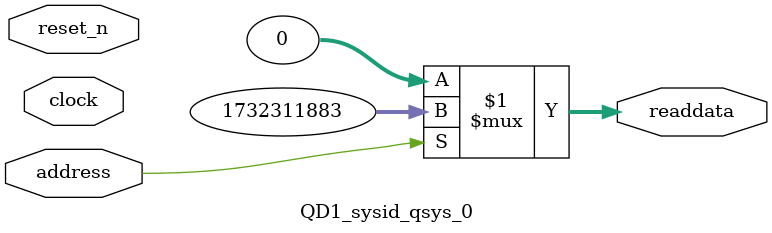
<source format=v>



// synthesis translate_off
`timescale 1ns / 1ps
// synthesis translate_on

// turn off superfluous verilog processor warnings 
// altera message_level Level1 
// altera message_off 10034 10035 10036 10037 10230 10240 10030 

module QD1_sysid_qsys_0 (
               // inputs:
                address,
                clock,
                reset_n,

               // outputs:
                readdata
             )
;

  output  [ 31: 0] readdata;
  input            address;
  input            clock;
  input            reset_n;

  wire    [ 31: 0] readdata;
  //control_slave, which is an e_avalon_slave
  assign readdata = address ? 1732311883 : 0;

endmodule



</source>
